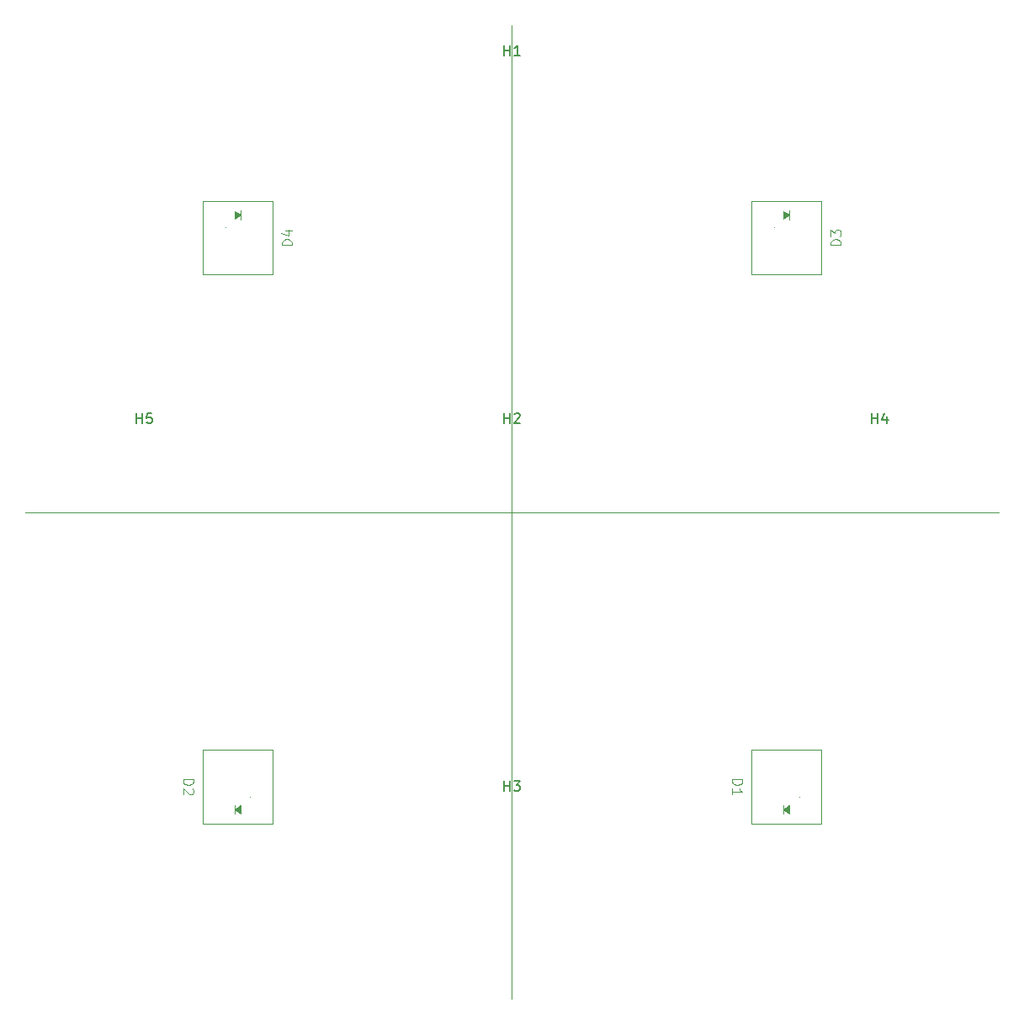
<source format=gbr>
%TF.GenerationSoftware,KiCad,Pcbnew,7.0.5-0*%
%TF.CreationDate,2023-07-05T09:37:03-04:00*%
%TF.ProjectId,quad_sipm,71756164-5f73-4697-906d-2e6b69636164,rev?*%
%TF.SameCoordinates,Original*%
%TF.FileFunction,Legend,Top*%
%TF.FilePolarity,Positive*%
%FSLAX46Y46*%
G04 Gerber Fmt 4.6, Leading zero omitted, Abs format (unit mm)*
G04 Created by KiCad (PCBNEW 7.0.5-0) date 2023-07-05 09:37:03*
%MOMM*%
%LPD*%
G01*
G04 APERTURE LIST*
%ADD10C,0.120000*%
%ADD11C,0.150000*%
%ADD12C,0.100000*%
G04 APERTURE END LIST*
D10*
X51000000Y-100000000D02*
X149000000Y-100000000D01*
X100000000Y-51000000D02*
X100000000Y-149000000D01*
D11*
%TO.C,H2*%
X99238095Y-91054819D02*
X99238095Y-90054819D01*
X99238095Y-90531009D02*
X99809523Y-90531009D01*
X99809523Y-91054819D02*
X99809523Y-90054819D01*
X100238095Y-90150057D02*
X100285714Y-90102438D01*
X100285714Y-90102438D02*
X100380952Y-90054819D01*
X100380952Y-90054819D02*
X100619047Y-90054819D01*
X100619047Y-90054819D02*
X100714285Y-90102438D01*
X100714285Y-90102438D02*
X100761904Y-90150057D01*
X100761904Y-90150057D02*
X100809523Y-90245295D01*
X100809523Y-90245295D02*
X100809523Y-90340533D01*
X100809523Y-90340533D02*
X100761904Y-90483390D01*
X100761904Y-90483390D02*
X100190476Y-91054819D01*
X100190476Y-91054819D02*
X100809523Y-91054819D01*
%TO.C,H3*%
X99238095Y-128054819D02*
X99238095Y-127054819D01*
X99238095Y-127531009D02*
X99809523Y-127531009D01*
X99809523Y-128054819D02*
X99809523Y-127054819D01*
X100190476Y-127054819D02*
X100809523Y-127054819D01*
X100809523Y-127054819D02*
X100476190Y-127435771D01*
X100476190Y-127435771D02*
X100619047Y-127435771D01*
X100619047Y-127435771D02*
X100714285Y-127483390D01*
X100714285Y-127483390D02*
X100761904Y-127531009D01*
X100761904Y-127531009D02*
X100809523Y-127626247D01*
X100809523Y-127626247D02*
X100809523Y-127864342D01*
X100809523Y-127864342D02*
X100761904Y-127959580D01*
X100761904Y-127959580D02*
X100714285Y-128007200D01*
X100714285Y-128007200D02*
X100619047Y-128054819D01*
X100619047Y-128054819D02*
X100333333Y-128054819D01*
X100333333Y-128054819D02*
X100238095Y-128007200D01*
X100238095Y-128007200D02*
X100190476Y-127959580D01*
%TO.C,H4*%
X136238095Y-91054819D02*
X136238095Y-90054819D01*
X136238095Y-90531009D02*
X136809523Y-90531009D01*
X136809523Y-91054819D02*
X136809523Y-90054819D01*
X137714285Y-90388152D02*
X137714285Y-91054819D01*
X137476190Y-90007200D02*
X137238095Y-90721485D01*
X137238095Y-90721485D02*
X137857142Y-90721485D01*
%TO.C,H5*%
X62238095Y-91054819D02*
X62238095Y-90054819D01*
X62238095Y-90531009D02*
X62809523Y-90531009D01*
X62809523Y-91054819D02*
X62809523Y-90054819D01*
X63761904Y-90054819D02*
X63285714Y-90054819D01*
X63285714Y-90054819D02*
X63238095Y-90531009D01*
X63238095Y-90531009D02*
X63285714Y-90483390D01*
X63285714Y-90483390D02*
X63380952Y-90435771D01*
X63380952Y-90435771D02*
X63619047Y-90435771D01*
X63619047Y-90435771D02*
X63714285Y-90483390D01*
X63714285Y-90483390D02*
X63761904Y-90531009D01*
X63761904Y-90531009D02*
X63809523Y-90626247D01*
X63809523Y-90626247D02*
X63809523Y-90864342D01*
X63809523Y-90864342D02*
X63761904Y-90959580D01*
X63761904Y-90959580D02*
X63714285Y-91007200D01*
X63714285Y-91007200D02*
X63619047Y-91054819D01*
X63619047Y-91054819D02*
X63380952Y-91054819D01*
X63380952Y-91054819D02*
X63285714Y-91007200D01*
X63285714Y-91007200D02*
X63238095Y-90959580D01*
%TO.C,H1*%
X99238095Y-54054819D02*
X99238095Y-53054819D01*
X99238095Y-53531009D02*
X99809523Y-53531009D01*
X99809523Y-54054819D02*
X99809523Y-53054819D01*
X100809523Y-54054819D02*
X100238095Y-54054819D01*
X100523809Y-54054819D02*
X100523809Y-53054819D01*
X100523809Y-53054819D02*
X100428571Y-53197676D01*
X100428571Y-53197676D02*
X100333333Y-53292914D01*
X100333333Y-53292914D02*
X100238095Y-53340533D01*
D12*
%TO.C,D1*%
X122177580Y-126896905D02*
X123177580Y-126896905D01*
X123177580Y-126896905D02*
X123177580Y-127135000D01*
X123177580Y-127135000D02*
X123129961Y-127277857D01*
X123129961Y-127277857D02*
X123034723Y-127373095D01*
X123034723Y-127373095D02*
X122939485Y-127420714D01*
X122939485Y-127420714D02*
X122749009Y-127468333D01*
X122749009Y-127468333D02*
X122606152Y-127468333D01*
X122606152Y-127468333D02*
X122415676Y-127420714D01*
X122415676Y-127420714D02*
X122320438Y-127373095D01*
X122320438Y-127373095D02*
X122225200Y-127277857D01*
X122225200Y-127277857D02*
X122177580Y-127135000D01*
X122177580Y-127135000D02*
X122177580Y-126896905D01*
X122177580Y-128420714D02*
X122177580Y-127849286D01*
X122177580Y-128135000D02*
X123177580Y-128135000D01*
X123177580Y-128135000D02*
X123034723Y-128039762D01*
X123034723Y-128039762D02*
X122939485Y-127944524D01*
X122939485Y-127944524D02*
X122891866Y-127849286D01*
%TO.C,D2*%
X66932580Y-126896905D02*
X67932580Y-126896905D01*
X67932580Y-126896905D02*
X67932580Y-127135000D01*
X67932580Y-127135000D02*
X67884961Y-127277857D01*
X67884961Y-127277857D02*
X67789723Y-127373095D01*
X67789723Y-127373095D02*
X67694485Y-127420714D01*
X67694485Y-127420714D02*
X67504009Y-127468333D01*
X67504009Y-127468333D02*
X67361152Y-127468333D01*
X67361152Y-127468333D02*
X67170676Y-127420714D01*
X67170676Y-127420714D02*
X67075438Y-127373095D01*
X67075438Y-127373095D02*
X66980200Y-127277857D01*
X66980200Y-127277857D02*
X66932580Y-127135000D01*
X66932580Y-127135000D02*
X66932580Y-126896905D01*
X67837342Y-127849286D02*
X67884961Y-127896905D01*
X67884961Y-127896905D02*
X67932580Y-127992143D01*
X67932580Y-127992143D02*
X67932580Y-128230238D01*
X67932580Y-128230238D02*
X67884961Y-128325476D01*
X67884961Y-128325476D02*
X67837342Y-128373095D01*
X67837342Y-128373095D02*
X67742104Y-128420714D01*
X67742104Y-128420714D02*
X67646866Y-128420714D01*
X67646866Y-128420714D02*
X67504009Y-128373095D01*
X67504009Y-128373095D02*
X66932580Y-127801667D01*
X66932580Y-127801667D02*
X66932580Y-128420714D01*
%TO.C,D4*%
X77847419Y-73128094D02*
X76847419Y-73128094D01*
X76847419Y-73128094D02*
X76847419Y-72889999D01*
X76847419Y-72889999D02*
X76895038Y-72747142D01*
X76895038Y-72747142D02*
X76990276Y-72651904D01*
X76990276Y-72651904D02*
X77085514Y-72604285D01*
X77085514Y-72604285D02*
X77275990Y-72556666D01*
X77275990Y-72556666D02*
X77418847Y-72556666D01*
X77418847Y-72556666D02*
X77609323Y-72604285D01*
X77609323Y-72604285D02*
X77704561Y-72651904D01*
X77704561Y-72651904D02*
X77799800Y-72747142D01*
X77799800Y-72747142D02*
X77847419Y-72889999D01*
X77847419Y-72889999D02*
X77847419Y-73128094D01*
X77180752Y-71699523D02*
X77847419Y-71699523D01*
X76799800Y-71937618D02*
X77514085Y-72175713D01*
X77514085Y-72175713D02*
X77514085Y-71556666D01*
%TO.C,D3*%
X133092419Y-73128094D02*
X132092419Y-73128094D01*
X132092419Y-73128094D02*
X132092419Y-72889999D01*
X132092419Y-72889999D02*
X132140038Y-72747142D01*
X132140038Y-72747142D02*
X132235276Y-72651904D01*
X132235276Y-72651904D02*
X132330514Y-72604285D01*
X132330514Y-72604285D02*
X132520990Y-72556666D01*
X132520990Y-72556666D02*
X132663847Y-72556666D01*
X132663847Y-72556666D02*
X132854323Y-72604285D01*
X132854323Y-72604285D02*
X132949561Y-72651904D01*
X132949561Y-72651904D02*
X133044800Y-72747142D01*
X133044800Y-72747142D02*
X133092419Y-72889999D01*
X133092419Y-72889999D02*
X133092419Y-73128094D01*
X132092419Y-72223332D02*
X132092419Y-71604285D01*
X132092419Y-71604285D02*
X132473371Y-71937618D01*
X132473371Y-71937618D02*
X132473371Y-71794761D01*
X132473371Y-71794761D02*
X132520990Y-71699523D01*
X132520990Y-71699523D02*
X132568609Y-71651904D01*
X132568609Y-71651904D02*
X132663847Y-71604285D01*
X132663847Y-71604285D02*
X132901942Y-71604285D01*
X132901942Y-71604285D02*
X132997180Y-71651904D01*
X132997180Y-71651904D02*
X133044800Y-71699523D01*
X133044800Y-71699523D02*
X133092419Y-71794761D01*
X133092419Y-71794761D02*
X133092419Y-72080475D01*
X133092419Y-72080475D02*
X133044800Y-72175713D01*
X133044800Y-72175713D02*
X132997180Y-72223332D01*
%TO.C,D1*%
X131135000Y-123935000D02*
X124135000Y-123935000D01*
X124135000Y-123935000D02*
X124135000Y-131335000D01*
X127335000Y-130385000D02*
X127335000Y-129485000D01*
X131135000Y-131335000D02*
X131135000Y-123935000D01*
X124135000Y-131335000D02*
X131135000Y-131335000D01*
X128885000Y-128685000D02*
G75*
G03*
X128885000Y-128685000I0J0D01*
G01*
X127935000Y-130335000D02*
X127335000Y-129935000D01*
X127935000Y-129535000D01*
X127935000Y-130335000D01*
G36*
X127935000Y-130335000D02*
G01*
X127335000Y-129935000D01*
X127935000Y-129535000D01*
X127935000Y-130335000D01*
G37*
%TO.C,D2*%
X75890000Y-123935000D02*
X68890000Y-123935000D01*
X68890000Y-123935000D02*
X68890000Y-131335000D01*
X72090000Y-130385000D02*
X72090000Y-129485000D01*
X75890000Y-131335000D02*
X75890000Y-123935000D01*
X68890000Y-131335000D02*
X75890000Y-131335000D01*
X73640000Y-128685000D02*
G75*
G03*
X73640000Y-128685000I0J0D01*
G01*
X72690000Y-130335000D02*
X72090000Y-129935000D01*
X72690000Y-129535000D01*
X72690000Y-130335000D01*
G36*
X72690000Y-130335000D02*
G01*
X72090000Y-129935000D01*
X72690000Y-129535000D01*
X72690000Y-130335000D01*
G37*
%TO.C,D4*%
X68890000Y-76090000D02*
X75890000Y-76090000D01*
X75890000Y-76090000D02*
X75890000Y-68690000D01*
X72690000Y-69640000D02*
X72690000Y-70540000D01*
X68890000Y-68690000D02*
X68890000Y-76090000D01*
X75890000Y-68690000D02*
X68890000Y-68690000D01*
X71140000Y-71340000D02*
G75*
G03*
X71140000Y-71340000I0J0D01*
G01*
X72690000Y-70090000D02*
X72090000Y-70490000D01*
X72090000Y-69690000D01*
X72690000Y-70090000D01*
G36*
X72690000Y-70090000D02*
G01*
X72090000Y-70490000D01*
X72090000Y-69690000D01*
X72690000Y-70090000D01*
G37*
%TO.C,D3*%
X124135000Y-76090000D02*
X131135000Y-76090000D01*
X131135000Y-76090000D02*
X131135000Y-68690000D01*
X127935000Y-69640000D02*
X127935000Y-70540000D01*
X124135000Y-68690000D02*
X124135000Y-76090000D01*
X131135000Y-68690000D02*
X124135000Y-68690000D01*
X126385000Y-71340000D02*
G75*
G03*
X126385000Y-71340000I0J0D01*
G01*
X127935000Y-70090000D02*
X127335000Y-70490000D01*
X127335000Y-69690000D01*
X127935000Y-70090000D01*
G36*
X127935000Y-70090000D02*
G01*
X127335000Y-70490000D01*
X127335000Y-69690000D01*
X127935000Y-70090000D01*
G37*
%TD*%
M02*

</source>
